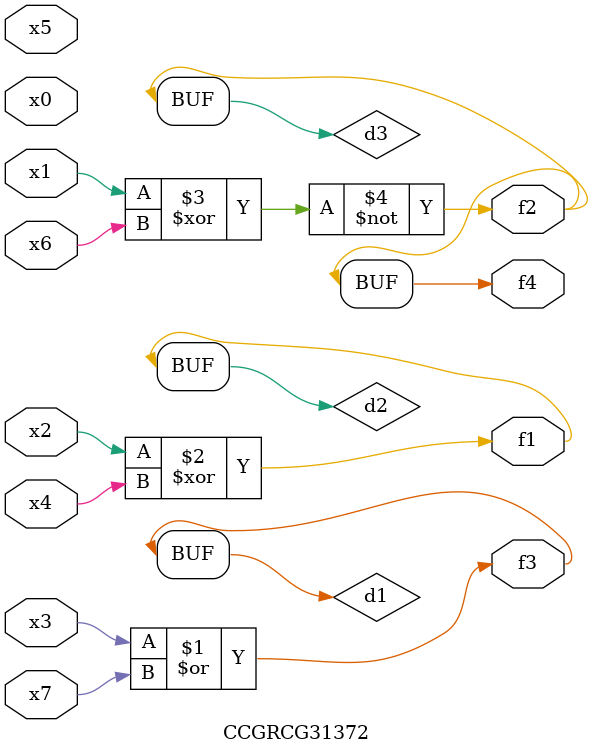
<source format=v>
module CCGRCG31372(
	input x0, x1, x2, x3, x4, x5, x6, x7,
	output f1, f2, f3, f4
);

	wire d1, d2, d3;

	or (d1, x3, x7);
	xor (d2, x2, x4);
	xnor (d3, x1, x6);
	assign f1 = d2;
	assign f2 = d3;
	assign f3 = d1;
	assign f4 = d3;
endmodule

</source>
